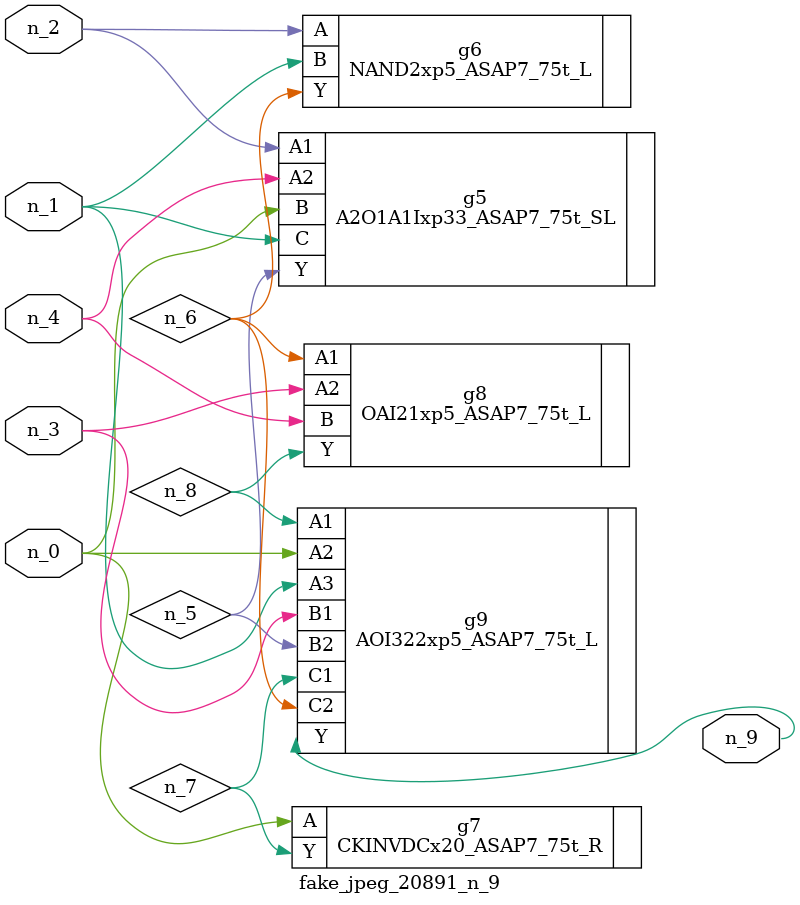
<source format=v>
module fake_jpeg_20891_n_9 (n_3, n_2, n_1, n_0, n_4, n_9);

input n_3;
input n_2;
input n_1;
input n_0;
input n_4;

output n_9;

wire n_8;
wire n_6;
wire n_5;
wire n_7;

A2O1A1Ixp33_ASAP7_75t_SL g5 ( 
.A1(n_2),
.A2(n_4),
.B(n_0),
.C(n_1),
.Y(n_5)
);

NAND2xp5_ASAP7_75t_L g6 ( 
.A(n_2),
.B(n_1),
.Y(n_6)
);

CKINVDCx20_ASAP7_75t_R g7 ( 
.A(n_0),
.Y(n_7)
);

OAI21xp5_ASAP7_75t_L g8 ( 
.A1(n_6),
.A2(n_3),
.B(n_4),
.Y(n_8)
);

AOI322xp5_ASAP7_75t_L g9 ( 
.A1(n_8),
.A2(n_0),
.A3(n_1),
.B1(n_3),
.B2(n_5),
.C1(n_7),
.C2(n_6),
.Y(n_9)
);


endmodule
</source>
